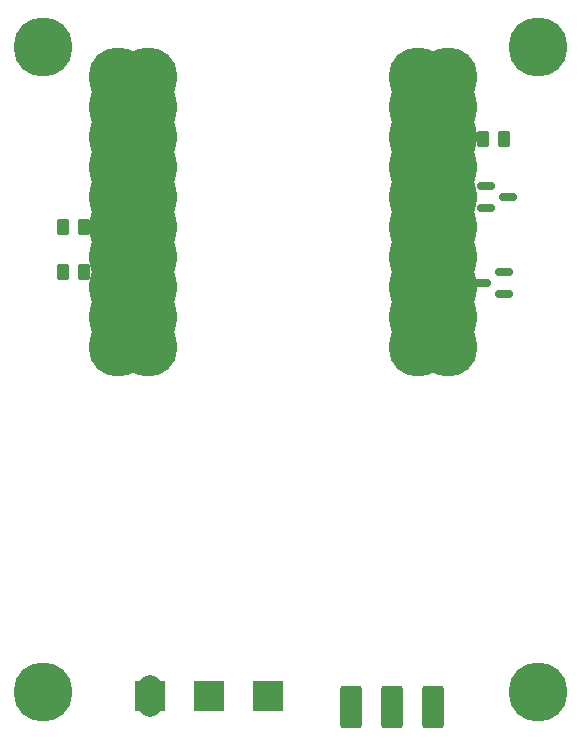
<source format=gts>
%TF.GenerationSoftware,KiCad,Pcbnew,7.0.7*%
<<<<<<< Updated upstream
%TF.CreationDate,2023-10-30T20:42:16-06:00*%
%TF.ProjectId,RatGDO-OpenSource-D1Mini-ESP32,52617447-444f-42d4-9f70-656e536f7572,rev?*%
=======
%TF.CreationDate,2023-10-28T20:58:12-06:00*%
%TF.ProjectId,RatGDO-OpenSource,52617447-444f-42d4-9f70-656e536f7572,rev?*%
>>>>>>> Stashed changes
%TF.SameCoordinates,Original*%
%TF.FileFunction,Soldermask,Top*%
%TF.FilePolarity,Negative*%
%FSLAX46Y46*%
G04 Gerber Fmt 4.6, Leading zero omitted, Abs format (unit mm)*
<<<<<<< Updated upstream
G04 Created by KiCad (PCBNEW 7.0.7) date 2023-10-30 20:42:16*
=======
G04 Created by KiCad (PCBNEW 7.0.7) date 2023-10-28 20:58:12*
>>>>>>> Stashed changes
%MOMM*%
%LPD*%
G01*
G04 APERTURE LIST*
G04 Aperture macros list*
%AMRoundRect*
0 Rectangle with rounded corners*
0 $1 Rounding radius*
0 $2 $3 $4 $5 $6 $7 $8 $9 X,Y pos of 4 corners*
0 Add a 4 corners polygon primitive as box body*
4,1,4,$2,$3,$4,$5,$6,$7,$8,$9,$2,$3,0*
0 Add four circle primitives for the rounded corners*
1,1,$1+$1,$2,$3*
1,1,$1+$1,$4,$5*
1,1,$1+$1,$6,$7*
1,1,$1+$1,$8,$9*
0 Add four rect primitives between the rounded corners*
20,1,$1+$1,$2,$3,$4,$5,0*
20,1,$1+$1,$4,$5,$6,$7,0*
20,1,$1+$1,$6,$7,$8,$9,0*
20,1,$1+$1,$8,$9,$2,$3,0*%
G04 Aperture macros list end*
<<<<<<< Updated upstream
%ADD10RoundRect,0.250000X0.262500X0.450000X-0.262500X0.450000X-0.262500X-0.450000X0.262500X-0.450000X0*%
%ADD11C,5.000000*%
%ADD12RoundRect,0.150000X-0.587500X-0.150000X0.587500X-0.150000X0.587500X0.150000X-0.587500X0.150000X0*%
%ADD13C,1.400000*%
%ADD14RoundRect,0.150000X0.587500X0.150000X-0.587500X0.150000X-0.587500X-0.150000X0.587500X-0.150000X0*%
%ADD15RoundRect,0.250000X-0.650000X-1.550000X0.650000X-1.550000X0.650000X1.550000X-0.650000X1.550000X0*%
%ADD16O,1.800000X3.600000*%
%ADD17R,2.600000X2.600000*%
%ADD18C,2.600000*%
%ADD19RoundRect,0.250000X-0.262500X-0.450000X0.262500X-0.450000X0.262500X0.450000X-0.262500X0.450000X0*%
G04 APERTURE END LIST*
D10*
=======
%ADD10R,2.000000X2.000000*%
%ADD11O,2.000000X1.600000*%
%ADD12RoundRect,0.250000X0.262500X0.450000X-0.262500X0.450000X-0.262500X-0.450000X0.262500X-0.450000X0*%
%ADD13C,5.000000*%
%ADD14RoundRect,0.150000X-0.587500X-0.150000X0.587500X-0.150000X0.587500X0.150000X-0.587500X0.150000X0*%
%ADD15RoundRect,0.150000X0.587500X0.150000X-0.587500X0.150000X-0.587500X-0.150000X0.587500X-0.150000X0*%
%ADD16RoundRect,0.250000X-0.650000X-1.550000X0.650000X-1.550000X0.650000X1.550000X-0.650000X1.550000X0*%
%ADD17O,1.800000X3.600000*%
%ADD18R,2.600000X2.600000*%
%ADD19C,2.600000*%
%ADD20RoundRect,0.250000X-0.262500X-0.450000X0.262500X-0.450000X0.262500X0.450000X-0.262500X0.450000X0*%
G04 APERTURE END LIST*
D10*
%TO.C,U1*%
X129547500Y-66160000D03*
D11*
X129547500Y-68700000D03*
X129547500Y-71240000D03*
X129547500Y-73780000D03*
X129547500Y-76320000D03*
X129547500Y-78860000D03*
X129547500Y-81400000D03*
X129547500Y-83940000D03*
X152407500Y-83940000D03*
X152407500Y-81400000D03*
X152407500Y-78860000D03*
X152407500Y-76320000D03*
X152407500Y-73780000D03*
X152407500Y-71240000D03*
X152407500Y-68700000D03*
X152407500Y-66160000D03*
%TD*%
D12*
>>>>>>> Stashed changes
%TO.C,R3*%
X159662500Y-71264162D03*
X157837500Y-71264162D03*
%TD*%
<<<<<<< Updated upstream
D11*
=======
D13*
>>>>>>> Stashed changes
%TO.C,REF\u002A\u002A*%
X162560000Y-63500000D03*
%TD*%
%TO.C,REF\u002A\u002A*%
X162560000Y-118110000D03*
%TD*%
%TO.C,REF\u002A\u002A*%
X120650000Y-118110000D03*
%TD*%
%TO.C,REF\u002A\u002A*%
X120650000Y-63500000D03*
%TD*%
<<<<<<< Updated upstream
D12*
=======
D14*
>>>>>>> Stashed changes
%TO.C,Q2*%
X158145000Y-75250000D03*
X158145000Y-77150000D03*
X160020000Y-76200000D03*
%TD*%
<<<<<<< Updated upstream
D13*
%TO.C,U2*%
X127000000Y-66040000D03*
X129540000Y-66040000D03*
X127000000Y-68580000D03*
X129540000Y-68580000D03*
X127000000Y-71120000D03*
X129540000Y-71120000D03*
X127000000Y-73660000D03*
X129540000Y-73660000D03*
X127000000Y-76200000D03*
X129540000Y-76200000D03*
X127000000Y-78740000D03*
X129540000Y-78740000D03*
X127000000Y-81280000D03*
X129540000Y-81280000D03*
X127000000Y-83820000D03*
X129540000Y-83820000D03*
X127000000Y-86360000D03*
X129540000Y-86360000D03*
X127000000Y-88900000D03*
X129540000Y-88900000D03*
X152400000Y-66040000D03*
X154940000Y-66040000D03*
X152400000Y-68580000D03*
X154940000Y-68580000D03*
X152400000Y-71120000D03*
X154940000Y-71120000D03*
X152400000Y-73660000D03*
X154940000Y-73660000D03*
X152400000Y-76200000D03*
X154940000Y-76200000D03*
X152400000Y-78740000D03*
X154940000Y-78740000D03*
X152400000Y-81280000D03*
X154940000Y-81280000D03*
X152400000Y-83820000D03*
X154940000Y-83820000D03*
X152400000Y-86360000D03*
X154940000Y-86360000D03*
X152400000Y-88900000D03*
X154940000Y-88900000D03*
%TD*%
D14*
=======
D15*
>>>>>>> Stashed changes
%TO.C,Q1*%
X159687500Y-84437500D03*
X159687500Y-82537500D03*
X157812500Y-83487500D03*
%TD*%
<<<<<<< Updated upstream
D15*
%TO.C,J2*%
X146670000Y-119380000D03*
D16*
X150170000Y-119380000D03*
X153670000Y-119380000D03*
%TD*%
D17*
%TO.C,J1*%
X129700000Y-118415000D03*
D18*
X134700000Y-118415000D03*
X139700000Y-118415000D03*
%TD*%
D10*
=======
D16*
%TO.C,J2*%
X146670000Y-119380000D03*
D17*
X150170000Y-119380000D03*
X153670000Y-119380000D03*
%TD*%
D18*
%TO.C,J1*%
X129700000Y-118415000D03*
D19*
X134700000Y-118415000D03*
X139700000Y-118415000D03*
%TD*%
D12*
>>>>>>> Stashed changes
%TO.C,R2*%
X124102500Y-78740000D03*
X122277500Y-78740000D03*
%TD*%
<<<<<<< Updated upstream
D19*
=======
D20*
>>>>>>> Stashed changes
%TO.C,R1*%
X122277500Y-82550000D03*
X124102500Y-82550000D03*
%TD*%
M02*

</source>
